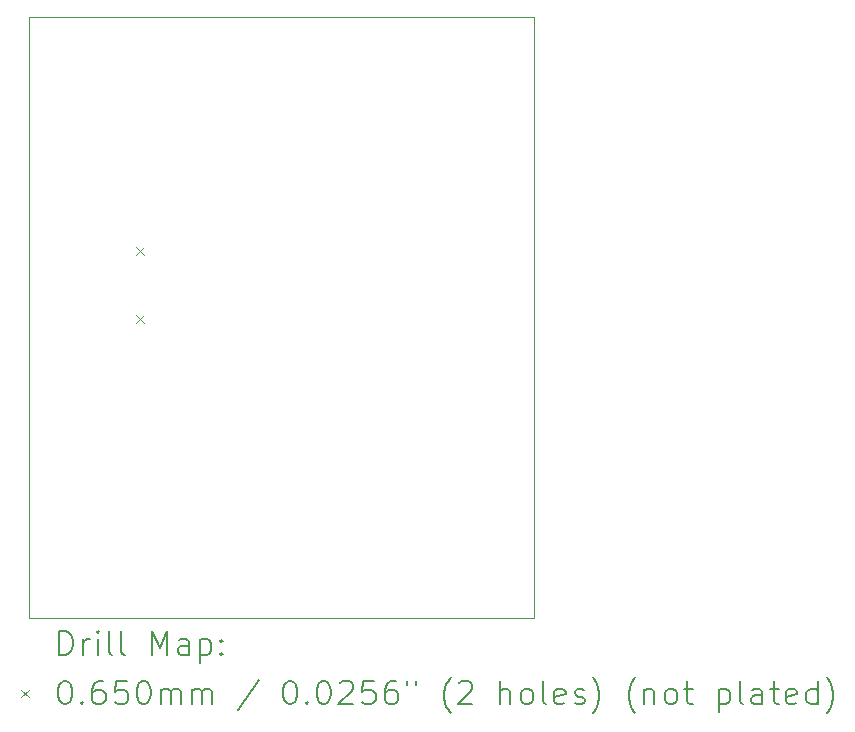
<source format=gbr>
%TF.GenerationSoftware,KiCad,Pcbnew,8.0.6*%
%TF.CreationDate,2025-05-13T17:33:18-04:00*%
%TF.ProjectId,USB-Voltage-Tester,5553422d-566f-46c7-9461-67652d546573,rev?*%
%TF.SameCoordinates,Original*%
%TF.FileFunction,Drillmap*%
%TF.FilePolarity,Positive*%
%FSLAX45Y45*%
G04 Gerber Fmt 4.5, Leading zero omitted, Abs format (unit mm)*
G04 Created by KiCad (PCBNEW 8.0.6) date 2025-05-13 17:33:18*
%MOMM*%
%LPD*%
G01*
G04 APERTURE LIST*
%ADD10C,0.050000*%
%ADD11C,0.200000*%
%ADD12C,0.100000*%
G04 APERTURE END LIST*
D10*
X2189480Y-2651760D02*
X6464300Y-2651760D01*
X6464300Y-7734300D01*
X2189480Y-7734300D01*
X2189480Y-2651760D01*
D11*
D12*
X3098340Y-4597280D02*
X3163340Y-4662280D01*
X3163340Y-4597280D02*
X3098340Y-4662280D01*
X3098340Y-5175280D02*
X3163340Y-5240280D01*
X3163340Y-5175280D02*
X3098340Y-5240280D01*
D11*
X2447757Y-8048284D02*
X2447757Y-7848284D01*
X2447757Y-7848284D02*
X2495376Y-7848284D01*
X2495376Y-7848284D02*
X2523947Y-7857808D01*
X2523947Y-7857808D02*
X2542995Y-7876855D01*
X2542995Y-7876855D02*
X2552519Y-7895903D01*
X2552519Y-7895903D02*
X2562043Y-7933998D01*
X2562043Y-7933998D02*
X2562043Y-7962569D01*
X2562043Y-7962569D02*
X2552519Y-8000665D01*
X2552519Y-8000665D02*
X2542995Y-8019712D01*
X2542995Y-8019712D02*
X2523947Y-8038760D01*
X2523947Y-8038760D02*
X2495376Y-8048284D01*
X2495376Y-8048284D02*
X2447757Y-8048284D01*
X2647757Y-8048284D02*
X2647757Y-7914950D01*
X2647757Y-7953046D02*
X2657281Y-7933998D01*
X2657281Y-7933998D02*
X2666804Y-7924474D01*
X2666804Y-7924474D02*
X2685852Y-7914950D01*
X2685852Y-7914950D02*
X2704900Y-7914950D01*
X2771566Y-8048284D02*
X2771566Y-7914950D01*
X2771566Y-7848284D02*
X2762043Y-7857808D01*
X2762043Y-7857808D02*
X2771566Y-7867331D01*
X2771566Y-7867331D02*
X2781090Y-7857808D01*
X2781090Y-7857808D02*
X2771566Y-7848284D01*
X2771566Y-7848284D02*
X2771566Y-7867331D01*
X2895376Y-8048284D02*
X2876328Y-8038760D01*
X2876328Y-8038760D02*
X2866804Y-8019712D01*
X2866804Y-8019712D02*
X2866804Y-7848284D01*
X3000138Y-8048284D02*
X2981090Y-8038760D01*
X2981090Y-8038760D02*
X2971566Y-8019712D01*
X2971566Y-8019712D02*
X2971566Y-7848284D01*
X3228709Y-8048284D02*
X3228709Y-7848284D01*
X3228709Y-7848284D02*
X3295376Y-7991141D01*
X3295376Y-7991141D02*
X3362042Y-7848284D01*
X3362042Y-7848284D02*
X3362042Y-8048284D01*
X3542995Y-8048284D02*
X3542995Y-7943522D01*
X3542995Y-7943522D02*
X3533471Y-7924474D01*
X3533471Y-7924474D02*
X3514423Y-7914950D01*
X3514423Y-7914950D02*
X3476328Y-7914950D01*
X3476328Y-7914950D02*
X3457281Y-7924474D01*
X3542995Y-8038760D02*
X3523947Y-8048284D01*
X3523947Y-8048284D02*
X3476328Y-8048284D01*
X3476328Y-8048284D02*
X3457281Y-8038760D01*
X3457281Y-8038760D02*
X3447757Y-8019712D01*
X3447757Y-8019712D02*
X3447757Y-8000665D01*
X3447757Y-8000665D02*
X3457281Y-7981617D01*
X3457281Y-7981617D02*
X3476328Y-7972093D01*
X3476328Y-7972093D02*
X3523947Y-7972093D01*
X3523947Y-7972093D02*
X3542995Y-7962569D01*
X3638233Y-7914950D02*
X3638233Y-8114950D01*
X3638233Y-7924474D02*
X3657281Y-7914950D01*
X3657281Y-7914950D02*
X3695376Y-7914950D01*
X3695376Y-7914950D02*
X3714423Y-7924474D01*
X3714423Y-7924474D02*
X3723947Y-7933998D01*
X3723947Y-7933998D02*
X3733471Y-7953046D01*
X3733471Y-7953046D02*
X3733471Y-8010188D01*
X3733471Y-8010188D02*
X3723947Y-8029236D01*
X3723947Y-8029236D02*
X3714423Y-8038760D01*
X3714423Y-8038760D02*
X3695376Y-8048284D01*
X3695376Y-8048284D02*
X3657281Y-8048284D01*
X3657281Y-8048284D02*
X3638233Y-8038760D01*
X3819185Y-8029236D02*
X3828709Y-8038760D01*
X3828709Y-8038760D02*
X3819185Y-8048284D01*
X3819185Y-8048284D02*
X3809662Y-8038760D01*
X3809662Y-8038760D02*
X3819185Y-8029236D01*
X3819185Y-8029236D02*
X3819185Y-8048284D01*
X3819185Y-7924474D02*
X3828709Y-7933998D01*
X3828709Y-7933998D02*
X3819185Y-7943522D01*
X3819185Y-7943522D02*
X3809662Y-7933998D01*
X3809662Y-7933998D02*
X3819185Y-7924474D01*
X3819185Y-7924474D02*
X3819185Y-7943522D01*
D12*
X2121980Y-8344300D02*
X2186980Y-8409300D01*
X2186980Y-8344300D02*
X2121980Y-8409300D01*
D11*
X2485852Y-8268284D02*
X2504900Y-8268284D01*
X2504900Y-8268284D02*
X2523947Y-8277808D01*
X2523947Y-8277808D02*
X2533471Y-8287331D01*
X2533471Y-8287331D02*
X2542995Y-8306379D01*
X2542995Y-8306379D02*
X2552519Y-8344474D01*
X2552519Y-8344474D02*
X2552519Y-8392093D01*
X2552519Y-8392093D02*
X2542995Y-8430189D01*
X2542995Y-8430189D02*
X2533471Y-8449236D01*
X2533471Y-8449236D02*
X2523947Y-8458760D01*
X2523947Y-8458760D02*
X2504900Y-8468284D01*
X2504900Y-8468284D02*
X2485852Y-8468284D01*
X2485852Y-8468284D02*
X2466804Y-8458760D01*
X2466804Y-8458760D02*
X2457281Y-8449236D01*
X2457281Y-8449236D02*
X2447757Y-8430189D01*
X2447757Y-8430189D02*
X2438233Y-8392093D01*
X2438233Y-8392093D02*
X2438233Y-8344474D01*
X2438233Y-8344474D02*
X2447757Y-8306379D01*
X2447757Y-8306379D02*
X2457281Y-8287331D01*
X2457281Y-8287331D02*
X2466804Y-8277808D01*
X2466804Y-8277808D02*
X2485852Y-8268284D01*
X2638233Y-8449236D02*
X2647757Y-8458760D01*
X2647757Y-8458760D02*
X2638233Y-8468284D01*
X2638233Y-8468284D02*
X2628709Y-8458760D01*
X2628709Y-8458760D02*
X2638233Y-8449236D01*
X2638233Y-8449236D02*
X2638233Y-8468284D01*
X2819185Y-8268284D02*
X2781090Y-8268284D01*
X2781090Y-8268284D02*
X2762043Y-8277808D01*
X2762043Y-8277808D02*
X2752519Y-8287331D01*
X2752519Y-8287331D02*
X2733471Y-8315903D01*
X2733471Y-8315903D02*
X2723947Y-8353998D01*
X2723947Y-8353998D02*
X2723947Y-8430189D01*
X2723947Y-8430189D02*
X2733471Y-8449236D01*
X2733471Y-8449236D02*
X2742995Y-8458760D01*
X2742995Y-8458760D02*
X2762043Y-8468284D01*
X2762043Y-8468284D02*
X2800138Y-8468284D01*
X2800138Y-8468284D02*
X2819185Y-8458760D01*
X2819185Y-8458760D02*
X2828709Y-8449236D01*
X2828709Y-8449236D02*
X2838233Y-8430189D01*
X2838233Y-8430189D02*
X2838233Y-8382569D01*
X2838233Y-8382569D02*
X2828709Y-8363522D01*
X2828709Y-8363522D02*
X2819185Y-8353998D01*
X2819185Y-8353998D02*
X2800138Y-8344474D01*
X2800138Y-8344474D02*
X2762043Y-8344474D01*
X2762043Y-8344474D02*
X2742995Y-8353998D01*
X2742995Y-8353998D02*
X2733471Y-8363522D01*
X2733471Y-8363522D02*
X2723947Y-8382569D01*
X3019185Y-8268284D02*
X2923947Y-8268284D01*
X2923947Y-8268284D02*
X2914423Y-8363522D01*
X2914423Y-8363522D02*
X2923947Y-8353998D01*
X2923947Y-8353998D02*
X2942995Y-8344474D01*
X2942995Y-8344474D02*
X2990614Y-8344474D01*
X2990614Y-8344474D02*
X3009662Y-8353998D01*
X3009662Y-8353998D02*
X3019185Y-8363522D01*
X3019185Y-8363522D02*
X3028709Y-8382569D01*
X3028709Y-8382569D02*
X3028709Y-8430189D01*
X3028709Y-8430189D02*
X3019185Y-8449236D01*
X3019185Y-8449236D02*
X3009662Y-8458760D01*
X3009662Y-8458760D02*
X2990614Y-8468284D01*
X2990614Y-8468284D02*
X2942995Y-8468284D01*
X2942995Y-8468284D02*
X2923947Y-8458760D01*
X2923947Y-8458760D02*
X2914423Y-8449236D01*
X3152519Y-8268284D02*
X3171566Y-8268284D01*
X3171566Y-8268284D02*
X3190614Y-8277808D01*
X3190614Y-8277808D02*
X3200138Y-8287331D01*
X3200138Y-8287331D02*
X3209662Y-8306379D01*
X3209662Y-8306379D02*
X3219185Y-8344474D01*
X3219185Y-8344474D02*
X3219185Y-8392093D01*
X3219185Y-8392093D02*
X3209662Y-8430189D01*
X3209662Y-8430189D02*
X3200138Y-8449236D01*
X3200138Y-8449236D02*
X3190614Y-8458760D01*
X3190614Y-8458760D02*
X3171566Y-8468284D01*
X3171566Y-8468284D02*
X3152519Y-8468284D01*
X3152519Y-8468284D02*
X3133471Y-8458760D01*
X3133471Y-8458760D02*
X3123947Y-8449236D01*
X3123947Y-8449236D02*
X3114423Y-8430189D01*
X3114423Y-8430189D02*
X3104900Y-8392093D01*
X3104900Y-8392093D02*
X3104900Y-8344474D01*
X3104900Y-8344474D02*
X3114423Y-8306379D01*
X3114423Y-8306379D02*
X3123947Y-8287331D01*
X3123947Y-8287331D02*
X3133471Y-8277808D01*
X3133471Y-8277808D02*
X3152519Y-8268284D01*
X3304900Y-8468284D02*
X3304900Y-8334950D01*
X3304900Y-8353998D02*
X3314423Y-8344474D01*
X3314423Y-8344474D02*
X3333471Y-8334950D01*
X3333471Y-8334950D02*
X3362043Y-8334950D01*
X3362043Y-8334950D02*
X3381090Y-8344474D01*
X3381090Y-8344474D02*
X3390614Y-8363522D01*
X3390614Y-8363522D02*
X3390614Y-8468284D01*
X3390614Y-8363522D02*
X3400138Y-8344474D01*
X3400138Y-8344474D02*
X3419185Y-8334950D01*
X3419185Y-8334950D02*
X3447757Y-8334950D01*
X3447757Y-8334950D02*
X3466804Y-8344474D01*
X3466804Y-8344474D02*
X3476328Y-8363522D01*
X3476328Y-8363522D02*
X3476328Y-8468284D01*
X3571566Y-8468284D02*
X3571566Y-8334950D01*
X3571566Y-8353998D02*
X3581090Y-8344474D01*
X3581090Y-8344474D02*
X3600138Y-8334950D01*
X3600138Y-8334950D02*
X3628709Y-8334950D01*
X3628709Y-8334950D02*
X3647757Y-8344474D01*
X3647757Y-8344474D02*
X3657281Y-8363522D01*
X3657281Y-8363522D02*
X3657281Y-8468284D01*
X3657281Y-8363522D02*
X3666804Y-8344474D01*
X3666804Y-8344474D02*
X3685852Y-8334950D01*
X3685852Y-8334950D02*
X3714423Y-8334950D01*
X3714423Y-8334950D02*
X3733471Y-8344474D01*
X3733471Y-8344474D02*
X3742995Y-8363522D01*
X3742995Y-8363522D02*
X3742995Y-8468284D01*
X4133471Y-8258760D02*
X3962043Y-8515903D01*
X4390614Y-8268284D02*
X4409662Y-8268284D01*
X4409662Y-8268284D02*
X4428709Y-8277808D01*
X4428709Y-8277808D02*
X4438233Y-8287331D01*
X4438233Y-8287331D02*
X4447757Y-8306379D01*
X4447757Y-8306379D02*
X4457281Y-8344474D01*
X4457281Y-8344474D02*
X4457281Y-8392093D01*
X4457281Y-8392093D02*
X4447757Y-8430189D01*
X4447757Y-8430189D02*
X4438233Y-8449236D01*
X4438233Y-8449236D02*
X4428709Y-8458760D01*
X4428709Y-8458760D02*
X4409662Y-8468284D01*
X4409662Y-8468284D02*
X4390614Y-8468284D01*
X4390614Y-8468284D02*
X4371567Y-8458760D01*
X4371567Y-8458760D02*
X4362043Y-8449236D01*
X4362043Y-8449236D02*
X4352519Y-8430189D01*
X4352519Y-8430189D02*
X4342995Y-8392093D01*
X4342995Y-8392093D02*
X4342995Y-8344474D01*
X4342995Y-8344474D02*
X4352519Y-8306379D01*
X4352519Y-8306379D02*
X4362043Y-8287331D01*
X4362043Y-8287331D02*
X4371567Y-8277808D01*
X4371567Y-8277808D02*
X4390614Y-8268284D01*
X4542995Y-8449236D02*
X4552519Y-8458760D01*
X4552519Y-8458760D02*
X4542995Y-8468284D01*
X4542995Y-8468284D02*
X4533471Y-8458760D01*
X4533471Y-8458760D02*
X4542995Y-8449236D01*
X4542995Y-8449236D02*
X4542995Y-8468284D01*
X4676328Y-8268284D02*
X4695376Y-8268284D01*
X4695376Y-8268284D02*
X4714424Y-8277808D01*
X4714424Y-8277808D02*
X4723948Y-8287331D01*
X4723948Y-8287331D02*
X4733471Y-8306379D01*
X4733471Y-8306379D02*
X4742995Y-8344474D01*
X4742995Y-8344474D02*
X4742995Y-8392093D01*
X4742995Y-8392093D02*
X4733471Y-8430189D01*
X4733471Y-8430189D02*
X4723948Y-8449236D01*
X4723948Y-8449236D02*
X4714424Y-8458760D01*
X4714424Y-8458760D02*
X4695376Y-8468284D01*
X4695376Y-8468284D02*
X4676328Y-8468284D01*
X4676328Y-8468284D02*
X4657281Y-8458760D01*
X4657281Y-8458760D02*
X4647757Y-8449236D01*
X4647757Y-8449236D02*
X4638233Y-8430189D01*
X4638233Y-8430189D02*
X4628709Y-8392093D01*
X4628709Y-8392093D02*
X4628709Y-8344474D01*
X4628709Y-8344474D02*
X4638233Y-8306379D01*
X4638233Y-8306379D02*
X4647757Y-8287331D01*
X4647757Y-8287331D02*
X4657281Y-8277808D01*
X4657281Y-8277808D02*
X4676328Y-8268284D01*
X4819186Y-8287331D02*
X4828709Y-8277808D01*
X4828709Y-8277808D02*
X4847757Y-8268284D01*
X4847757Y-8268284D02*
X4895376Y-8268284D01*
X4895376Y-8268284D02*
X4914424Y-8277808D01*
X4914424Y-8277808D02*
X4923948Y-8287331D01*
X4923948Y-8287331D02*
X4933471Y-8306379D01*
X4933471Y-8306379D02*
X4933471Y-8325427D01*
X4933471Y-8325427D02*
X4923948Y-8353998D01*
X4923948Y-8353998D02*
X4809662Y-8468284D01*
X4809662Y-8468284D02*
X4933471Y-8468284D01*
X5114424Y-8268284D02*
X5019186Y-8268284D01*
X5019186Y-8268284D02*
X5009662Y-8363522D01*
X5009662Y-8363522D02*
X5019186Y-8353998D01*
X5019186Y-8353998D02*
X5038233Y-8344474D01*
X5038233Y-8344474D02*
X5085852Y-8344474D01*
X5085852Y-8344474D02*
X5104900Y-8353998D01*
X5104900Y-8353998D02*
X5114424Y-8363522D01*
X5114424Y-8363522D02*
X5123948Y-8382569D01*
X5123948Y-8382569D02*
X5123948Y-8430189D01*
X5123948Y-8430189D02*
X5114424Y-8449236D01*
X5114424Y-8449236D02*
X5104900Y-8458760D01*
X5104900Y-8458760D02*
X5085852Y-8468284D01*
X5085852Y-8468284D02*
X5038233Y-8468284D01*
X5038233Y-8468284D02*
X5019186Y-8458760D01*
X5019186Y-8458760D02*
X5009662Y-8449236D01*
X5295376Y-8268284D02*
X5257281Y-8268284D01*
X5257281Y-8268284D02*
X5238233Y-8277808D01*
X5238233Y-8277808D02*
X5228709Y-8287331D01*
X5228709Y-8287331D02*
X5209662Y-8315903D01*
X5209662Y-8315903D02*
X5200138Y-8353998D01*
X5200138Y-8353998D02*
X5200138Y-8430189D01*
X5200138Y-8430189D02*
X5209662Y-8449236D01*
X5209662Y-8449236D02*
X5219186Y-8458760D01*
X5219186Y-8458760D02*
X5238233Y-8468284D01*
X5238233Y-8468284D02*
X5276329Y-8468284D01*
X5276329Y-8468284D02*
X5295376Y-8458760D01*
X5295376Y-8458760D02*
X5304900Y-8449236D01*
X5304900Y-8449236D02*
X5314424Y-8430189D01*
X5314424Y-8430189D02*
X5314424Y-8382569D01*
X5314424Y-8382569D02*
X5304900Y-8363522D01*
X5304900Y-8363522D02*
X5295376Y-8353998D01*
X5295376Y-8353998D02*
X5276329Y-8344474D01*
X5276329Y-8344474D02*
X5238233Y-8344474D01*
X5238233Y-8344474D02*
X5219186Y-8353998D01*
X5219186Y-8353998D02*
X5209662Y-8363522D01*
X5209662Y-8363522D02*
X5200138Y-8382569D01*
X5390614Y-8268284D02*
X5390614Y-8306379D01*
X5466805Y-8268284D02*
X5466805Y-8306379D01*
X5762043Y-8544474D02*
X5752519Y-8534950D01*
X5752519Y-8534950D02*
X5733471Y-8506379D01*
X5733471Y-8506379D02*
X5723948Y-8487331D01*
X5723948Y-8487331D02*
X5714424Y-8458760D01*
X5714424Y-8458760D02*
X5704900Y-8411141D01*
X5704900Y-8411141D02*
X5704900Y-8373046D01*
X5704900Y-8373046D02*
X5714424Y-8325427D01*
X5714424Y-8325427D02*
X5723948Y-8296855D01*
X5723948Y-8296855D02*
X5733471Y-8277808D01*
X5733471Y-8277808D02*
X5752519Y-8249236D01*
X5752519Y-8249236D02*
X5762043Y-8239712D01*
X5828709Y-8287331D02*
X5838233Y-8277808D01*
X5838233Y-8277808D02*
X5857281Y-8268284D01*
X5857281Y-8268284D02*
X5904900Y-8268284D01*
X5904900Y-8268284D02*
X5923948Y-8277808D01*
X5923948Y-8277808D02*
X5933471Y-8287331D01*
X5933471Y-8287331D02*
X5942995Y-8306379D01*
X5942995Y-8306379D02*
X5942995Y-8325427D01*
X5942995Y-8325427D02*
X5933471Y-8353998D01*
X5933471Y-8353998D02*
X5819186Y-8468284D01*
X5819186Y-8468284D02*
X5942995Y-8468284D01*
X6181090Y-8468284D02*
X6181090Y-8268284D01*
X6266805Y-8468284D02*
X6266805Y-8363522D01*
X6266805Y-8363522D02*
X6257281Y-8344474D01*
X6257281Y-8344474D02*
X6238233Y-8334950D01*
X6238233Y-8334950D02*
X6209662Y-8334950D01*
X6209662Y-8334950D02*
X6190614Y-8344474D01*
X6190614Y-8344474D02*
X6181090Y-8353998D01*
X6390614Y-8468284D02*
X6371567Y-8458760D01*
X6371567Y-8458760D02*
X6362043Y-8449236D01*
X6362043Y-8449236D02*
X6352519Y-8430189D01*
X6352519Y-8430189D02*
X6352519Y-8373046D01*
X6352519Y-8373046D02*
X6362043Y-8353998D01*
X6362043Y-8353998D02*
X6371567Y-8344474D01*
X6371567Y-8344474D02*
X6390614Y-8334950D01*
X6390614Y-8334950D02*
X6419186Y-8334950D01*
X6419186Y-8334950D02*
X6438233Y-8344474D01*
X6438233Y-8344474D02*
X6447757Y-8353998D01*
X6447757Y-8353998D02*
X6457281Y-8373046D01*
X6457281Y-8373046D02*
X6457281Y-8430189D01*
X6457281Y-8430189D02*
X6447757Y-8449236D01*
X6447757Y-8449236D02*
X6438233Y-8458760D01*
X6438233Y-8458760D02*
X6419186Y-8468284D01*
X6419186Y-8468284D02*
X6390614Y-8468284D01*
X6571567Y-8468284D02*
X6552519Y-8458760D01*
X6552519Y-8458760D02*
X6542995Y-8439712D01*
X6542995Y-8439712D02*
X6542995Y-8268284D01*
X6723948Y-8458760D02*
X6704900Y-8468284D01*
X6704900Y-8468284D02*
X6666805Y-8468284D01*
X6666805Y-8468284D02*
X6647757Y-8458760D01*
X6647757Y-8458760D02*
X6638233Y-8439712D01*
X6638233Y-8439712D02*
X6638233Y-8363522D01*
X6638233Y-8363522D02*
X6647757Y-8344474D01*
X6647757Y-8344474D02*
X6666805Y-8334950D01*
X6666805Y-8334950D02*
X6704900Y-8334950D01*
X6704900Y-8334950D02*
X6723948Y-8344474D01*
X6723948Y-8344474D02*
X6733471Y-8363522D01*
X6733471Y-8363522D02*
X6733471Y-8382569D01*
X6733471Y-8382569D02*
X6638233Y-8401617D01*
X6809662Y-8458760D02*
X6828710Y-8468284D01*
X6828710Y-8468284D02*
X6866805Y-8468284D01*
X6866805Y-8468284D02*
X6885852Y-8458760D01*
X6885852Y-8458760D02*
X6895376Y-8439712D01*
X6895376Y-8439712D02*
X6895376Y-8430189D01*
X6895376Y-8430189D02*
X6885852Y-8411141D01*
X6885852Y-8411141D02*
X6866805Y-8401617D01*
X6866805Y-8401617D02*
X6838233Y-8401617D01*
X6838233Y-8401617D02*
X6819186Y-8392093D01*
X6819186Y-8392093D02*
X6809662Y-8373046D01*
X6809662Y-8373046D02*
X6809662Y-8363522D01*
X6809662Y-8363522D02*
X6819186Y-8344474D01*
X6819186Y-8344474D02*
X6838233Y-8334950D01*
X6838233Y-8334950D02*
X6866805Y-8334950D01*
X6866805Y-8334950D02*
X6885852Y-8344474D01*
X6962043Y-8544474D02*
X6971567Y-8534950D01*
X6971567Y-8534950D02*
X6990614Y-8506379D01*
X6990614Y-8506379D02*
X7000138Y-8487331D01*
X7000138Y-8487331D02*
X7009662Y-8458760D01*
X7009662Y-8458760D02*
X7019186Y-8411141D01*
X7019186Y-8411141D02*
X7019186Y-8373046D01*
X7019186Y-8373046D02*
X7009662Y-8325427D01*
X7009662Y-8325427D02*
X7000138Y-8296855D01*
X7000138Y-8296855D02*
X6990614Y-8277808D01*
X6990614Y-8277808D02*
X6971567Y-8249236D01*
X6971567Y-8249236D02*
X6962043Y-8239712D01*
X7323948Y-8544474D02*
X7314424Y-8534950D01*
X7314424Y-8534950D02*
X7295376Y-8506379D01*
X7295376Y-8506379D02*
X7285852Y-8487331D01*
X7285852Y-8487331D02*
X7276329Y-8458760D01*
X7276329Y-8458760D02*
X7266805Y-8411141D01*
X7266805Y-8411141D02*
X7266805Y-8373046D01*
X7266805Y-8373046D02*
X7276329Y-8325427D01*
X7276329Y-8325427D02*
X7285852Y-8296855D01*
X7285852Y-8296855D02*
X7295376Y-8277808D01*
X7295376Y-8277808D02*
X7314424Y-8249236D01*
X7314424Y-8249236D02*
X7323948Y-8239712D01*
X7400138Y-8334950D02*
X7400138Y-8468284D01*
X7400138Y-8353998D02*
X7409662Y-8344474D01*
X7409662Y-8344474D02*
X7428710Y-8334950D01*
X7428710Y-8334950D02*
X7457281Y-8334950D01*
X7457281Y-8334950D02*
X7476329Y-8344474D01*
X7476329Y-8344474D02*
X7485852Y-8363522D01*
X7485852Y-8363522D02*
X7485852Y-8468284D01*
X7609662Y-8468284D02*
X7590614Y-8458760D01*
X7590614Y-8458760D02*
X7581091Y-8449236D01*
X7581091Y-8449236D02*
X7571567Y-8430189D01*
X7571567Y-8430189D02*
X7571567Y-8373046D01*
X7571567Y-8373046D02*
X7581091Y-8353998D01*
X7581091Y-8353998D02*
X7590614Y-8344474D01*
X7590614Y-8344474D02*
X7609662Y-8334950D01*
X7609662Y-8334950D02*
X7638233Y-8334950D01*
X7638233Y-8334950D02*
X7657281Y-8344474D01*
X7657281Y-8344474D02*
X7666805Y-8353998D01*
X7666805Y-8353998D02*
X7676329Y-8373046D01*
X7676329Y-8373046D02*
X7676329Y-8430189D01*
X7676329Y-8430189D02*
X7666805Y-8449236D01*
X7666805Y-8449236D02*
X7657281Y-8458760D01*
X7657281Y-8458760D02*
X7638233Y-8468284D01*
X7638233Y-8468284D02*
X7609662Y-8468284D01*
X7733472Y-8334950D02*
X7809662Y-8334950D01*
X7762043Y-8268284D02*
X7762043Y-8439712D01*
X7762043Y-8439712D02*
X7771567Y-8458760D01*
X7771567Y-8458760D02*
X7790614Y-8468284D01*
X7790614Y-8468284D02*
X7809662Y-8468284D01*
X8028710Y-8334950D02*
X8028710Y-8534950D01*
X8028710Y-8344474D02*
X8047757Y-8334950D01*
X8047757Y-8334950D02*
X8085853Y-8334950D01*
X8085853Y-8334950D02*
X8104900Y-8344474D01*
X8104900Y-8344474D02*
X8114424Y-8353998D01*
X8114424Y-8353998D02*
X8123948Y-8373046D01*
X8123948Y-8373046D02*
X8123948Y-8430189D01*
X8123948Y-8430189D02*
X8114424Y-8449236D01*
X8114424Y-8449236D02*
X8104900Y-8458760D01*
X8104900Y-8458760D02*
X8085853Y-8468284D01*
X8085853Y-8468284D02*
X8047757Y-8468284D01*
X8047757Y-8468284D02*
X8028710Y-8458760D01*
X8238233Y-8468284D02*
X8219186Y-8458760D01*
X8219186Y-8458760D02*
X8209662Y-8439712D01*
X8209662Y-8439712D02*
X8209662Y-8268284D01*
X8400138Y-8468284D02*
X8400138Y-8363522D01*
X8400138Y-8363522D02*
X8390615Y-8344474D01*
X8390615Y-8344474D02*
X8371567Y-8334950D01*
X8371567Y-8334950D02*
X8333472Y-8334950D01*
X8333472Y-8334950D02*
X8314424Y-8344474D01*
X8400138Y-8458760D02*
X8381091Y-8468284D01*
X8381091Y-8468284D02*
X8333472Y-8468284D01*
X8333472Y-8468284D02*
X8314424Y-8458760D01*
X8314424Y-8458760D02*
X8304900Y-8439712D01*
X8304900Y-8439712D02*
X8304900Y-8420665D01*
X8304900Y-8420665D02*
X8314424Y-8401617D01*
X8314424Y-8401617D02*
X8333472Y-8392093D01*
X8333472Y-8392093D02*
X8381091Y-8392093D01*
X8381091Y-8392093D02*
X8400138Y-8382569D01*
X8466805Y-8334950D02*
X8542995Y-8334950D01*
X8495376Y-8268284D02*
X8495376Y-8439712D01*
X8495376Y-8439712D02*
X8504900Y-8458760D01*
X8504900Y-8458760D02*
X8523948Y-8468284D01*
X8523948Y-8468284D02*
X8542995Y-8468284D01*
X8685853Y-8458760D02*
X8666805Y-8468284D01*
X8666805Y-8468284D02*
X8628710Y-8468284D01*
X8628710Y-8468284D02*
X8609662Y-8458760D01*
X8609662Y-8458760D02*
X8600138Y-8439712D01*
X8600138Y-8439712D02*
X8600138Y-8363522D01*
X8600138Y-8363522D02*
X8609662Y-8344474D01*
X8609662Y-8344474D02*
X8628710Y-8334950D01*
X8628710Y-8334950D02*
X8666805Y-8334950D01*
X8666805Y-8334950D02*
X8685853Y-8344474D01*
X8685853Y-8344474D02*
X8695376Y-8363522D01*
X8695376Y-8363522D02*
X8695376Y-8382569D01*
X8695376Y-8382569D02*
X8600138Y-8401617D01*
X8866805Y-8468284D02*
X8866805Y-8268284D01*
X8866805Y-8458760D02*
X8847757Y-8468284D01*
X8847757Y-8468284D02*
X8809662Y-8468284D01*
X8809662Y-8468284D02*
X8790615Y-8458760D01*
X8790615Y-8458760D02*
X8781091Y-8449236D01*
X8781091Y-8449236D02*
X8771567Y-8430189D01*
X8771567Y-8430189D02*
X8771567Y-8373046D01*
X8771567Y-8373046D02*
X8781091Y-8353998D01*
X8781091Y-8353998D02*
X8790615Y-8344474D01*
X8790615Y-8344474D02*
X8809662Y-8334950D01*
X8809662Y-8334950D02*
X8847757Y-8334950D01*
X8847757Y-8334950D02*
X8866805Y-8344474D01*
X8942996Y-8544474D02*
X8952519Y-8534950D01*
X8952519Y-8534950D02*
X8971567Y-8506379D01*
X8971567Y-8506379D02*
X8981091Y-8487331D01*
X8981091Y-8487331D02*
X8990615Y-8458760D01*
X8990615Y-8458760D02*
X9000138Y-8411141D01*
X9000138Y-8411141D02*
X9000138Y-8373046D01*
X9000138Y-8373046D02*
X8990615Y-8325427D01*
X8990615Y-8325427D02*
X8981091Y-8296855D01*
X8981091Y-8296855D02*
X8971567Y-8277808D01*
X8971567Y-8277808D02*
X8952519Y-8249236D01*
X8952519Y-8249236D02*
X8942996Y-8239712D01*
M02*

</source>
